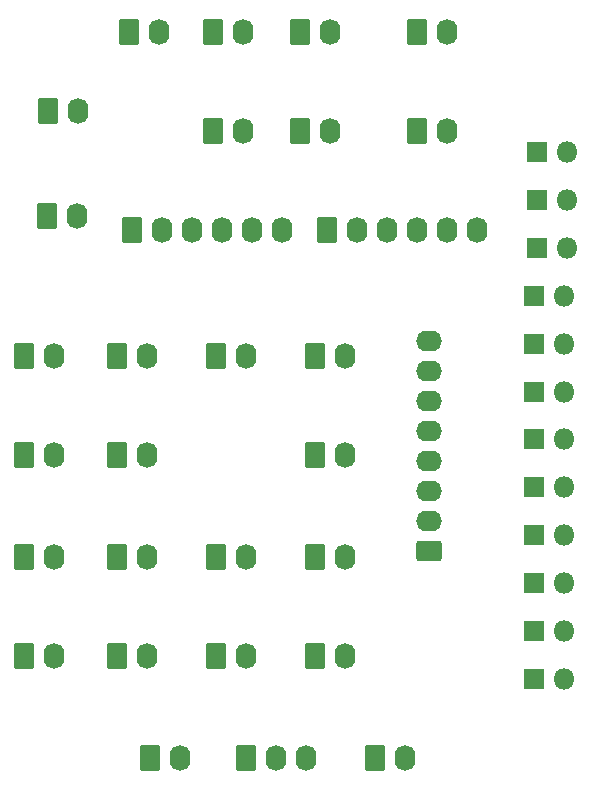
<source format=gbr>
%TF.GenerationSoftware,KiCad,Pcbnew,7.0.9*%
%TF.CreationDate,2023-12-04T06:36:33+10:00*%
%TF.ProjectId,CMSP NMSP,434d5350-204e-44d5-9350-2e6b69636164,rev?*%
%TF.SameCoordinates,Original*%
%TF.FileFunction,Soldermask,Bot*%
%TF.FilePolarity,Negative*%
%FSLAX46Y46*%
G04 Gerber Fmt 4.6, Leading zero omitted, Abs format (unit mm)*
G04 Created by KiCad (PCBNEW 7.0.9) date 2023-12-04 06:36:33*
%MOMM*%
%LPD*%
G01*
G04 APERTURE LIST*
G04 Aperture macros list*
%AMRoundRect*
0 Rectangle with rounded corners*
0 $1 Rounding radius*
0 $2 $3 $4 $5 $6 $7 $8 $9 X,Y pos of 4 corners*
0 Add a 4 corners polygon primitive as box body*
4,1,4,$2,$3,$4,$5,$6,$7,$8,$9,$2,$3,0*
0 Add four circle primitives for the rounded corners*
1,1,$1+$1,$2,$3*
1,1,$1+$1,$4,$5*
1,1,$1+$1,$6,$7*
1,1,$1+$1,$8,$9*
0 Add four rect primitives between the rounded corners*
20,1,$1+$1,$2,$3,$4,$5,0*
20,1,$1+$1,$4,$5,$6,$7,0*
20,1,$1+$1,$6,$7,$8,$9,0*
20,1,$1+$1,$8,$9,$2,$3,0*%
G04 Aperture macros list end*
%ADD10RoundRect,0.250000X-0.620000X-0.845000X0.620000X-0.845000X0.620000X0.845000X-0.620000X0.845000X0*%
%ADD11O,1.740000X2.190000*%
%ADD12RoundRect,0.250000X0.845000X-0.620000X0.845000X0.620000X-0.845000X0.620000X-0.845000X-0.620000X0*%
%ADD13O,2.190000X1.740000*%
%ADD14R,1.800000X1.800000*%
%ADD15O,1.800000X1.800000*%
G04 APERTURE END LIST*
D10*
%TO.C,SW12*%
X108458000Y-92964000D03*
D11*
X110998000Y-92964000D03*
%TD*%
D10*
%TO.C,SW11*%
X108458000Y-75946000D03*
D11*
X110998000Y-75946000D03*
%TD*%
D10*
%TO.C,SW9*%
X116332000Y-75926000D03*
D11*
X118872000Y-75926000D03*
%TD*%
D10*
%TO.C,SW5*%
X124714000Y-75946000D03*
D11*
X127254000Y-75946000D03*
%TD*%
D10*
%TO.C,SW3*%
X133096000Y-92964000D03*
D11*
X135636000Y-92964000D03*
%TD*%
D10*
%TO.C,SW2*%
X133096000Y-75946000D03*
D11*
X135636000Y-75946000D03*
%TD*%
D10*
%TO.C,SW1*%
X131826000Y-48494000D03*
D11*
X134366000Y-48494000D03*
%TD*%
D10*
%TO.C,LA10*%
X108458000Y-101366000D03*
D11*
X110998000Y-101366000D03*
%TD*%
D10*
%TO.C,LA9*%
X108458000Y-84328000D03*
D11*
X110998000Y-84328000D03*
%TD*%
D10*
%TO.C,LA8*%
X116332000Y-84348000D03*
D11*
X118872000Y-84348000D03*
%TD*%
D10*
%TO.C,LA7*%
X116332000Y-101366000D03*
D11*
X118872000Y-101366000D03*
%TD*%
D10*
%TO.C,LA6*%
X124714000Y-101366000D03*
D11*
X127254000Y-101366000D03*
%TD*%
D10*
%TO.C,LA5*%
X141732000Y-56916000D03*
D11*
X144272000Y-56916000D03*
%TD*%
D10*
%TO.C,LA4*%
X124460000Y-56916000D03*
D11*
X127000000Y-56916000D03*
%TD*%
D10*
%TO.C,LA3*%
X133096000Y-101346000D03*
D11*
X135636000Y-101346000D03*
%TD*%
D10*
%TO.C,LA2*%
X133096000Y-84348000D03*
D11*
X135636000Y-84348000D03*
%TD*%
D10*
%TO.C,LA1*%
X131826000Y-56916000D03*
D11*
X134366000Y-56916000D03*
%TD*%
D12*
%TO.C,J6*%
X142748000Y-92456000D03*
D13*
X142748000Y-89916000D03*
X142748000Y-87376000D03*
X142748000Y-84836000D03*
X142748000Y-82296000D03*
X142748000Y-79756000D03*
X142748000Y-77216000D03*
X142748000Y-74676000D03*
%TD*%
D10*
%TO.C,J5*%
X134112000Y-65278000D03*
D11*
X136652000Y-65278000D03*
X139192000Y-65278000D03*
X141732000Y-65278000D03*
X144272000Y-65278000D03*
X146812000Y-65278000D03*
%TD*%
D10*
%TO.C,J4*%
X117602000Y-65278000D03*
D11*
X120142000Y-65278000D03*
X122682000Y-65278000D03*
X125222000Y-65278000D03*
X127762000Y-65278000D03*
X130302000Y-65278000D03*
%TD*%
D10*
%TO.C,J3*%
X127254000Y-109962000D03*
D11*
X129794000Y-109962000D03*
X132334000Y-109962000D03*
%TD*%
D14*
%TO.C,D14*%
X151638000Y-103242000D03*
D15*
X154178000Y-103242000D03*
%TD*%
D14*
%TO.C,D13*%
X151638000Y-99190400D03*
D15*
X154178000Y-99190400D03*
%TD*%
D10*
%TO.C,D12*%
X119126000Y-109982000D03*
D11*
X121666000Y-109982000D03*
%TD*%
D14*
%TO.C,D11*%
X151638000Y-95138700D03*
D15*
X154178000Y-95138700D03*
%TD*%
D10*
%TO.C,D8*%
X138176000Y-109982000D03*
D11*
X140716000Y-109982000D03*
%TD*%
D10*
%TO.C,SW10*%
X116332000Y-92964000D03*
D11*
X118872000Y-92964000D03*
%TD*%
D14*
%TO.C,D4*%
X151638000Y-91087100D03*
D15*
X154178000Y-91087100D03*
%TD*%
D10*
%TO.C,SW6*%
X141732000Y-48514000D03*
D11*
X144272000Y-48514000D03*
%TD*%
D14*
%TO.C,D10*%
X151638000Y-78932200D03*
D15*
X154178000Y-78932200D03*
%TD*%
D14*
%TO.C,D7*%
X151638000Y-74880500D03*
D15*
X154178000Y-74880500D03*
%TD*%
D10*
%TO.C,J2*%
X110390000Y-64110000D03*
D11*
X112930000Y-64110000D03*
%TD*%
D14*
%TO.C,D9*%
X151892000Y-62725600D03*
D15*
X154432000Y-62725600D03*
%TD*%
D10*
%TO.C,SW8*%
X117348000Y-48494000D03*
D11*
X119888000Y-48494000D03*
%TD*%
D14*
%TO.C,D3*%
X151638000Y-70828900D03*
D15*
X154178000Y-70828900D03*
%TD*%
D14*
%TO.C,D6*%
X151638000Y-82983800D03*
D15*
X154178000Y-82983800D03*
%TD*%
D14*
%TO.C,D5*%
X151638000Y-87035500D03*
D15*
X154178000Y-87035500D03*
%TD*%
D14*
%TO.C,D1*%
X151892000Y-66777300D03*
D15*
X154432000Y-66777300D03*
%TD*%
D10*
%TO.C,J1*%
X110450000Y-55170000D03*
D11*
X112990000Y-55170000D03*
%TD*%
D10*
%TO.C,SW4*%
X124460000Y-48494000D03*
D11*
X127000000Y-48494000D03*
%TD*%
D10*
%TO.C,SW7*%
X124714000Y-92964000D03*
D11*
X127254000Y-92964000D03*
%TD*%
D15*
%TO.C,D2*%
X154432000Y-58674000D03*
D14*
X151892000Y-58674000D03*
%TD*%
M02*

</source>
